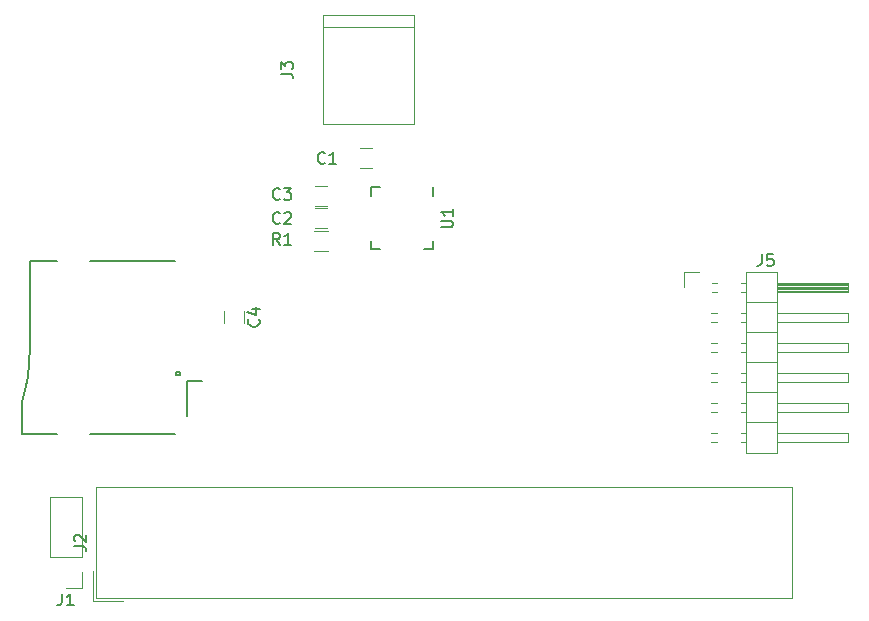
<source format=gto>
G04 #@! TF.GenerationSoftware,KiCad,Pcbnew,(5.1.2)-1*
G04 #@! TF.CreationDate,2019-06-25T19:28:50+03:00*
G04 #@! TF.ProjectId,de0-nano-exp2,6465302d-6e61-46e6-9f2d-657870322e6b,rev?*
G04 #@! TF.SameCoordinates,Original*
G04 #@! TF.FileFunction,Legend,Top*
G04 #@! TF.FilePolarity,Positive*
%FSLAX46Y46*%
G04 Gerber Fmt 4.6, Leading zero omitted, Abs format (unit mm)*
G04 Created by KiCad (PCBNEW (5.1.2)-1) date 2019-06-25 19:28:50*
%MOMM*%
%LPD*%
G04 APERTURE LIST*
%ADD10C,0.120000*%
%ADD11C,0.150000*%
G04 APERTURE END LIST*
D10*
X135696000Y-114360000D02*
X134366000Y-114360000D01*
X135696000Y-113030000D02*
X135696000Y-114360000D01*
X135696000Y-111760000D02*
X133036000Y-111760000D01*
X133036000Y-111760000D02*
X133036000Y-106620000D01*
X135696000Y-111760000D02*
X135696000Y-106620000D01*
X135696000Y-106620000D02*
X133036000Y-106620000D01*
D11*
X144620000Y-96780000D02*
X144620000Y-99780000D01*
X143720000Y-96330000D02*
X144020000Y-96330000D01*
X143720000Y-96030000D02*
X143720000Y-96330000D01*
X144020000Y-96030000D02*
X143720000Y-96030000D01*
X144020000Y-96330000D02*
X144020000Y-96030000D01*
X143620000Y-101330000D02*
X136420000Y-101330000D01*
X130620000Y-101330000D02*
X133620000Y-101330000D01*
X130620000Y-98630000D02*
X130620000Y-101330000D01*
X133620000Y-86630000D02*
X131320000Y-86630000D01*
X136420000Y-86630000D02*
X143620000Y-86630000D01*
X144620000Y-96780000D02*
X145920000Y-96780000D01*
X130920000Y-97580000D02*
X130620000Y-98630000D01*
X131120000Y-96480000D02*
X130920000Y-97580000D01*
X131270000Y-95330000D02*
X131120000Y-96480000D01*
X131320000Y-93980000D02*
X131270000Y-95330000D01*
X131320000Y-86630000D02*
X131320000Y-93980000D01*
D10*
X163870000Y-75070000D02*
X163870000Y-65870000D01*
X156170000Y-75070000D02*
X163870000Y-75070000D01*
X156170000Y-65870000D02*
X156170000Y-75070000D01*
X163870000Y-65870000D02*
X156170000Y-65870000D01*
X163870000Y-66870000D02*
X156170000Y-66870000D01*
X186690000Y-87630000D02*
X187960000Y-87630000D01*
X186690000Y-88900000D02*
X186690000Y-87630000D01*
X189002929Y-101980000D02*
X189457071Y-101980000D01*
X189002929Y-101220000D02*
X189457071Y-101220000D01*
X191542929Y-101980000D02*
X191940000Y-101980000D01*
X191542929Y-101220000D02*
X191940000Y-101220000D01*
X200600000Y-101980000D02*
X194600000Y-101980000D01*
X200600000Y-101220000D02*
X200600000Y-101980000D01*
X194600000Y-101220000D02*
X200600000Y-101220000D01*
X191940000Y-100330000D02*
X194600000Y-100330000D01*
X189002929Y-99440000D02*
X189457071Y-99440000D01*
X189002929Y-98680000D02*
X189457071Y-98680000D01*
X191542929Y-99440000D02*
X191940000Y-99440000D01*
X191542929Y-98680000D02*
X191940000Y-98680000D01*
X200600000Y-99440000D02*
X194600000Y-99440000D01*
X200600000Y-98680000D02*
X200600000Y-99440000D01*
X194600000Y-98680000D02*
X200600000Y-98680000D01*
X191940000Y-97790000D02*
X194600000Y-97790000D01*
X189002929Y-96900000D02*
X189457071Y-96900000D01*
X189002929Y-96140000D02*
X189457071Y-96140000D01*
X191542929Y-96900000D02*
X191940000Y-96900000D01*
X191542929Y-96140000D02*
X191940000Y-96140000D01*
X200600000Y-96900000D02*
X194600000Y-96900000D01*
X200600000Y-96140000D02*
X200600000Y-96900000D01*
X194600000Y-96140000D02*
X200600000Y-96140000D01*
X191940000Y-95250000D02*
X194600000Y-95250000D01*
X189002929Y-94360000D02*
X189457071Y-94360000D01*
X189002929Y-93600000D02*
X189457071Y-93600000D01*
X191542929Y-94360000D02*
X191940000Y-94360000D01*
X191542929Y-93600000D02*
X191940000Y-93600000D01*
X200600000Y-94360000D02*
X194600000Y-94360000D01*
X200600000Y-93600000D02*
X200600000Y-94360000D01*
X194600000Y-93600000D02*
X200600000Y-93600000D01*
X191940000Y-92710000D02*
X194600000Y-92710000D01*
X189002929Y-91820000D02*
X189457071Y-91820000D01*
X189002929Y-91060000D02*
X189457071Y-91060000D01*
X191542929Y-91820000D02*
X191940000Y-91820000D01*
X191542929Y-91060000D02*
X191940000Y-91060000D01*
X200600000Y-91820000D02*
X194600000Y-91820000D01*
X200600000Y-91060000D02*
X200600000Y-91820000D01*
X194600000Y-91060000D02*
X200600000Y-91060000D01*
X191940000Y-90170000D02*
X194600000Y-90170000D01*
X189070000Y-89280000D02*
X189457071Y-89280000D01*
X189070000Y-88520000D02*
X189457071Y-88520000D01*
X191542929Y-89280000D02*
X191940000Y-89280000D01*
X191542929Y-88520000D02*
X191940000Y-88520000D01*
X194600000Y-89180000D02*
X200600000Y-89180000D01*
X194600000Y-89060000D02*
X200600000Y-89060000D01*
X194600000Y-88940000D02*
X200600000Y-88940000D01*
X194600000Y-88820000D02*
X200600000Y-88820000D01*
X194600000Y-88700000D02*
X200600000Y-88700000D01*
X194600000Y-88580000D02*
X200600000Y-88580000D01*
X200600000Y-89280000D02*
X194600000Y-89280000D01*
X200600000Y-88520000D02*
X200600000Y-89280000D01*
X194600000Y-88520000D02*
X200600000Y-88520000D01*
X194600000Y-87570000D02*
X191940000Y-87570000D01*
X194600000Y-102930000D02*
X194600000Y-87570000D01*
X191940000Y-102930000D02*
X194600000Y-102930000D01*
X191940000Y-87570000D02*
X191940000Y-102930000D01*
X160286000Y-77128000D02*
X159286000Y-77128000D01*
X159286000Y-78828000D02*
X160286000Y-78828000D01*
X155476000Y-83908000D02*
X156476000Y-83908000D01*
X156476000Y-82208000D02*
X155476000Y-82208000D01*
X156436000Y-80303000D02*
X155436000Y-80303000D01*
X155436000Y-82003000D02*
X156436000Y-82003000D01*
X147740000Y-90920000D02*
X147740000Y-91920000D01*
X149440000Y-91920000D02*
X149440000Y-90920000D01*
X136890000Y-105815000D02*
X195850000Y-105815000D01*
X195850000Y-105815000D02*
X195850000Y-115165000D01*
X195850000Y-115165000D02*
X136890000Y-115165000D01*
X136890000Y-115165000D02*
X136890000Y-105815000D01*
X136640000Y-115415000D02*
X139180000Y-115415000D01*
X136640000Y-115415000D02*
X136640000Y-112875000D01*
X155356000Y-84083000D02*
X156556000Y-84083000D01*
X156556000Y-85843000D02*
X155356000Y-85843000D01*
D11*
X165439000Y-85683000D02*
X164689000Y-85683000D01*
X160189000Y-80433000D02*
X160939000Y-80433000D01*
X160189000Y-85683000D02*
X160939000Y-85683000D01*
X165439000Y-80433000D02*
X165439000Y-81183000D01*
X160189000Y-80433000D02*
X160189000Y-81183000D01*
X160189000Y-85683000D02*
X160189000Y-84933000D01*
X165439000Y-85683000D02*
X165439000Y-84933000D01*
X134032666Y-114812380D02*
X134032666Y-115526666D01*
X133985047Y-115669523D01*
X133889809Y-115764761D01*
X133746952Y-115812380D01*
X133651714Y-115812380D01*
X135032666Y-115812380D02*
X134461238Y-115812380D01*
X134746952Y-115812380D02*
X134746952Y-114812380D01*
X134651714Y-114955238D01*
X134556476Y-115050476D01*
X134461238Y-115098095D01*
X152572380Y-70803333D02*
X153286666Y-70803333D01*
X153429523Y-70850952D01*
X153524761Y-70946190D01*
X153572380Y-71089047D01*
X153572380Y-71184285D01*
X152572380Y-70422380D02*
X152572380Y-69803333D01*
X152953333Y-70136666D01*
X152953333Y-69993809D01*
X153000952Y-69898571D01*
X153048571Y-69850952D01*
X153143809Y-69803333D01*
X153381904Y-69803333D01*
X153477142Y-69850952D01*
X153524761Y-69898571D01*
X153572380Y-69993809D01*
X153572380Y-70279523D01*
X153524761Y-70374761D01*
X153477142Y-70422380D01*
X193281666Y-86082380D02*
X193281666Y-86796666D01*
X193234047Y-86939523D01*
X193138809Y-87034761D01*
X192995952Y-87082380D01*
X192900714Y-87082380D01*
X194234047Y-86082380D02*
X193757857Y-86082380D01*
X193710238Y-86558571D01*
X193757857Y-86510952D01*
X193853095Y-86463333D01*
X194091190Y-86463333D01*
X194186428Y-86510952D01*
X194234047Y-86558571D01*
X194281666Y-86653809D01*
X194281666Y-86891904D01*
X194234047Y-86987142D01*
X194186428Y-87034761D01*
X194091190Y-87082380D01*
X193853095Y-87082380D01*
X193757857Y-87034761D01*
X193710238Y-86987142D01*
X156297333Y-78335142D02*
X156249714Y-78382761D01*
X156106857Y-78430380D01*
X156011619Y-78430380D01*
X155868761Y-78382761D01*
X155773523Y-78287523D01*
X155725904Y-78192285D01*
X155678285Y-78001809D01*
X155678285Y-77858952D01*
X155725904Y-77668476D01*
X155773523Y-77573238D01*
X155868761Y-77478000D01*
X156011619Y-77430380D01*
X156106857Y-77430380D01*
X156249714Y-77478000D01*
X156297333Y-77525619D01*
X157249714Y-78430380D02*
X156678285Y-78430380D01*
X156964000Y-78430380D02*
X156964000Y-77430380D01*
X156868761Y-77573238D01*
X156773523Y-77668476D01*
X156678285Y-77716095D01*
X152487333Y-83415142D02*
X152439714Y-83462761D01*
X152296857Y-83510380D01*
X152201619Y-83510380D01*
X152058761Y-83462761D01*
X151963523Y-83367523D01*
X151915904Y-83272285D01*
X151868285Y-83081809D01*
X151868285Y-82938952D01*
X151915904Y-82748476D01*
X151963523Y-82653238D01*
X152058761Y-82558000D01*
X152201619Y-82510380D01*
X152296857Y-82510380D01*
X152439714Y-82558000D01*
X152487333Y-82605619D01*
X152868285Y-82605619D02*
X152915904Y-82558000D01*
X153011142Y-82510380D01*
X153249238Y-82510380D01*
X153344476Y-82558000D01*
X153392095Y-82605619D01*
X153439714Y-82700857D01*
X153439714Y-82796095D01*
X153392095Y-82938952D01*
X152820666Y-83510380D01*
X153439714Y-83510380D01*
X152487333Y-81383142D02*
X152439714Y-81430761D01*
X152296857Y-81478380D01*
X152201619Y-81478380D01*
X152058761Y-81430761D01*
X151963523Y-81335523D01*
X151915904Y-81240285D01*
X151868285Y-81049809D01*
X151868285Y-80906952D01*
X151915904Y-80716476D01*
X151963523Y-80621238D01*
X152058761Y-80526000D01*
X152201619Y-80478380D01*
X152296857Y-80478380D01*
X152439714Y-80526000D01*
X152487333Y-80573619D01*
X152820666Y-80478380D02*
X153439714Y-80478380D01*
X153106380Y-80859333D01*
X153249238Y-80859333D01*
X153344476Y-80906952D01*
X153392095Y-80954571D01*
X153439714Y-81049809D01*
X153439714Y-81287904D01*
X153392095Y-81383142D01*
X153344476Y-81430761D01*
X153249238Y-81478380D01*
X152963523Y-81478380D01*
X152868285Y-81430761D01*
X152820666Y-81383142D01*
X150684141Y-91586666D02*
X150731760Y-91634285D01*
X150779379Y-91777142D01*
X150779379Y-91872380D01*
X150731760Y-92015238D01*
X150636522Y-92110476D01*
X150541284Y-92158095D01*
X150350808Y-92205714D01*
X150207951Y-92205714D01*
X150017475Y-92158095D01*
X149922237Y-92110476D01*
X149826999Y-92015238D01*
X149779379Y-91872380D01*
X149779379Y-91777142D01*
X149826999Y-91634285D01*
X149874618Y-91586666D01*
X150112713Y-90729523D02*
X150779379Y-90729523D01*
X149731760Y-90967619D02*
X150446046Y-91205714D01*
X150446046Y-90586666D01*
X135088380Y-110823333D02*
X135802666Y-110823333D01*
X135945523Y-110870952D01*
X136040761Y-110966190D01*
X136088380Y-111109047D01*
X136088380Y-111204285D01*
X135183619Y-110394761D02*
X135136000Y-110347142D01*
X135088380Y-110251904D01*
X135088380Y-110013809D01*
X135136000Y-109918571D01*
X135183619Y-109870952D01*
X135278857Y-109823333D01*
X135374095Y-109823333D01*
X135516952Y-109870952D01*
X136088380Y-110442380D01*
X136088380Y-109823333D01*
X152487333Y-85288380D02*
X152154000Y-84812190D01*
X151915904Y-85288380D02*
X151915904Y-84288380D01*
X152296857Y-84288380D01*
X152392095Y-84336000D01*
X152439714Y-84383619D01*
X152487333Y-84478857D01*
X152487333Y-84621714D01*
X152439714Y-84716952D01*
X152392095Y-84764571D01*
X152296857Y-84812190D01*
X151915904Y-84812190D01*
X153439714Y-85288380D02*
X152868285Y-85288380D01*
X153154000Y-85288380D02*
X153154000Y-84288380D01*
X153058761Y-84431238D01*
X152963523Y-84526476D01*
X152868285Y-84574095D01*
X166141380Y-83819904D02*
X166950904Y-83819904D01*
X167046142Y-83772285D01*
X167093761Y-83724666D01*
X167141380Y-83629428D01*
X167141380Y-83438952D01*
X167093761Y-83343714D01*
X167046142Y-83296095D01*
X166950904Y-83248476D01*
X166141380Y-83248476D01*
X167141380Y-82248476D02*
X167141380Y-82819904D01*
X167141380Y-82534190D02*
X166141380Y-82534190D01*
X166284238Y-82629428D01*
X166379476Y-82724666D01*
X166427095Y-82819904D01*
M02*

</source>
